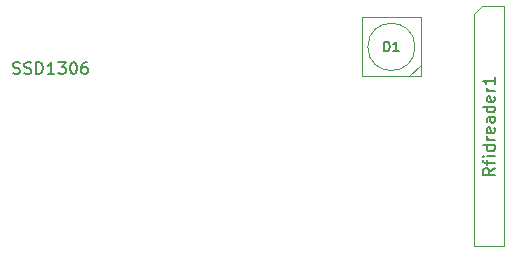
<source format=gbr>
%TF.GenerationSoftware,KiCad,Pcbnew,9.0.4*%
%TF.CreationDate,2025-09-04T11:13:05+02:00*%
%TF.ProjectId,esp32c6-charger,65737033-3263-4362-9d63-686172676572,rev?*%
%TF.SameCoordinates,Original*%
%TF.FileFunction,AssemblyDrawing,Top*%
%FSLAX45Y45*%
G04 Gerber Fmt 4.5, Leading zero omitted, Abs format (unit mm)*
G04 Created by KiCad (PCBNEW 9.0.4) date 2025-09-04 11:13:05*
%MOMM*%
%LPD*%
G01*
G04 APERTURE LIST*
%ADD10C,0.150000*%
%ADD11C,0.100000*%
G04 APERTURE END LIST*
D10*
X11818233Y-9495420D02*
X11832519Y-9500182D01*
X11832519Y-9500182D02*
X11856328Y-9500182D01*
X11856328Y-9500182D02*
X11865852Y-9495420D01*
X11865852Y-9495420D02*
X11870614Y-9490658D01*
X11870614Y-9490658D02*
X11875376Y-9481134D01*
X11875376Y-9481134D02*
X11875376Y-9471610D01*
X11875376Y-9471610D02*
X11870614Y-9462087D01*
X11870614Y-9462087D02*
X11865852Y-9457325D01*
X11865852Y-9457325D02*
X11856328Y-9452563D01*
X11856328Y-9452563D02*
X11837281Y-9447801D01*
X11837281Y-9447801D02*
X11827757Y-9443039D01*
X11827757Y-9443039D02*
X11822995Y-9438277D01*
X11822995Y-9438277D02*
X11818233Y-9428753D01*
X11818233Y-9428753D02*
X11818233Y-9419230D01*
X11818233Y-9419230D02*
X11822995Y-9409706D01*
X11822995Y-9409706D02*
X11827757Y-9404944D01*
X11827757Y-9404944D02*
X11837281Y-9400182D01*
X11837281Y-9400182D02*
X11861090Y-9400182D01*
X11861090Y-9400182D02*
X11875376Y-9404944D01*
X11913471Y-9495420D02*
X11927757Y-9500182D01*
X11927757Y-9500182D02*
X11951567Y-9500182D01*
X11951567Y-9500182D02*
X11961090Y-9495420D01*
X11961090Y-9495420D02*
X11965852Y-9490658D01*
X11965852Y-9490658D02*
X11970614Y-9481134D01*
X11970614Y-9481134D02*
X11970614Y-9471610D01*
X11970614Y-9471610D02*
X11965852Y-9462087D01*
X11965852Y-9462087D02*
X11961090Y-9457325D01*
X11961090Y-9457325D02*
X11951567Y-9452563D01*
X11951567Y-9452563D02*
X11932519Y-9447801D01*
X11932519Y-9447801D02*
X11922995Y-9443039D01*
X11922995Y-9443039D02*
X11918233Y-9438277D01*
X11918233Y-9438277D02*
X11913471Y-9428753D01*
X11913471Y-9428753D02*
X11913471Y-9419230D01*
X11913471Y-9419230D02*
X11918233Y-9409706D01*
X11918233Y-9409706D02*
X11922995Y-9404944D01*
X11922995Y-9404944D02*
X11932519Y-9400182D01*
X11932519Y-9400182D02*
X11956328Y-9400182D01*
X11956328Y-9400182D02*
X11970614Y-9404944D01*
X12013471Y-9500182D02*
X12013471Y-9400182D01*
X12013471Y-9400182D02*
X12037281Y-9400182D01*
X12037281Y-9400182D02*
X12051567Y-9404944D01*
X12051567Y-9404944D02*
X12061090Y-9414468D01*
X12061090Y-9414468D02*
X12065852Y-9423991D01*
X12065852Y-9423991D02*
X12070614Y-9443039D01*
X12070614Y-9443039D02*
X12070614Y-9457325D01*
X12070614Y-9457325D02*
X12065852Y-9476372D01*
X12065852Y-9476372D02*
X12061090Y-9485896D01*
X12061090Y-9485896D02*
X12051567Y-9495420D01*
X12051567Y-9495420D02*
X12037281Y-9500182D01*
X12037281Y-9500182D02*
X12013471Y-9500182D01*
X12165852Y-9500182D02*
X12108709Y-9500182D01*
X12137281Y-9500182D02*
X12137281Y-9400182D01*
X12137281Y-9400182D02*
X12127757Y-9414468D01*
X12127757Y-9414468D02*
X12118233Y-9423991D01*
X12118233Y-9423991D02*
X12108709Y-9428753D01*
X12199186Y-9400182D02*
X12261090Y-9400182D01*
X12261090Y-9400182D02*
X12227757Y-9438277D01*
X12227757Y-9438277D02*
X12242043Y-9438277D01*
X12242043Y-9438277D02*
X12251567Y-9443039D01*
X12251567Y-9443039D02*
X12256328Y-9447801D01*
X12256328Y-9447801D02*
X12261090Y-9457325D01*
X12261090Y-9457325D02*
X12261090Y-9481134D01*
X12261090Y-9481134D02*
X12256328Y-9490658D01*
X12256328Y-9490658D02*
X12251567Y-9495420D01*
X12251567Y-9495420D02*
X12242043Y-9500182D01*
X12242043Y-9500182D02*
X12213471Y-9500182D01*
X12213471Y-9500182D02*
X12203948Y-9495420D01*
X12203948Y-9495420D02*
X12199186Y-9490658D01*
X12322995Y-9400182D02*
X12332519Y-9400182D01*
X12332519Y-9400182D02*
X12342043Y-9404944D01*
X12342043Y-9404944D02*
X12346805Y-9409706D01*
X12346805Y-9409706D02*
X12351567Y-9419230D01*
X12351567Y-9419230D02*
X12356328Y-9438277D01*
X12356328Y-9438277D02*
X12356328Y-9462087D01*
X12356328Y-9462087D02*
X12351567Y-9481134D01*
X12351567Y-9481134D02*
X12346805Y-9490658D01*
X12346805Y-9490658D02*
X12342043Y-9495420D01*
X12342043Y-9495420D02*
X12332519Y-9500182D01*
X12332519Y-9500182D02*
X12322995Y-9500182D01*
X12322995Y-9500182D02*
X12313471Y-9495420D01*
X12313471Y-9495420D02*
X12308709Y-9490658D01*
X12308709Y-9490658D02*
X12303948Y-9481134D01*
X12303948Y-9481134D02*
X12299186Y-9462087D01*
X12299186Y-9462087D02*
X12299186Y-9438277D01*
X12299186Y-9438277D02*
X12303948Y-9419230D01*
X12303948Y-9419230D02*
X12308709Y-9409706D01*
X12308709Y-9409706D02*
X12313471Y-9404944D01*
X12313471Y-9404944D02*
X12322995Y-9400182D01*
X12442043Y-9400182D02*
X12422995Y-9400182D01*
X12422995Y-9400182D02*
X12413471Y-9404944D01*
X12413471Y-9404944D02*
X12408709Y-9409706D01*
X12408709Y-9409706D02*
X12399186Y-9423991D01*
X12399186Y-9423991D02*
X12394424Y-9443039D01*
X12394424Y-9443039D02*
X12394424Y-9481134D01*
X12394424Y-9481134D02*
X12399186Y-9490658D01*
X12399186Y-9490658D02*
X12403948Y-9495420D01*
X12403948Y-9495420D02*
X12413471Y-9500182D01*
X12413471Y-9500182D02*
X12432519Y-9500182D01*
X12432519Y-9500182D02*
X12442043Y-9495420D01*
X12442043Y-9495420D02*
X12446805Y-9490658D01*
X12446805Y-9490658D02*
X12451567Y-9481134D01*
X12451567Y-9481134D02*
X12451567Y-9457325D01*
X12451567Y-9457325D02*
X12446805Y-9447801D01*
X12446805Y-9447801D02*
X12442043Y-9443039D01*
X12442043Y-9443039D02*
X12432519Y-9438277D01*
X12432519Y-9438277D02*
X12413471Y-9438277D01*
X12413471Y-9438277D02*
X12403948Y-9443039D01*
X12403948Y-9443039D02*
X12399186Y-9447801D01*
X12399186Y-9447801D02*
X12394424Y-9457325D01*
X15895082Y-10296481D02*
X15847463Y-10329814D01*
X15895082Y-10353624D02*
X15795082Y-10353624D01*
X15795082Y-10353624D02*
X15795082Y-10315529D01*
X15795082Y-10315529D02*
X15799844Y-10306005D01*
X15799844Y-10306005D02*
X15804606Y-10301243D01*
X15804606Y-10301243D02*
X15814129Y-10296481D01*
X15814129Y-10296481D02*
X15828415Y-10296481D01*
X15828415Y-10296481D02*
X15837939Y-10301243D01*
X15837939Y-10301243D02*
X15842701Y-10306005D01*
X15842701Y-10306005D02*
X15847463Y-10315529D01*
X15847463Y-10315529D02*
X15847463Y-10353624D01*
X15828415Y-10267910D02*
X15828415Y-10229814D01*
X15895082Y-10253624D02*
X15809368Y-10253624D01*
X15809368Y-10253624D02*
X15799844Y-10248862D01*
X15799844Y-10248862D02*
X15795082Y-10239338D01*
X15795082Y-10239338D02*
X15795082Y-10229814D01*
X15895082Y-10196481D02*
X15828415Y-10196481D01*
X15795082Y-10196481D02*
X15799844Y-10201243D01*
X15799844Y-10201243D02*
X15804606Y-10196481D01*
X15804606Y-10196481D02*
X15799844Y-10191719D01*
X15799844Y-10191719D02*
X15795082Y-10196481D01*
X15795082Y-10196481D02*
X15804606Y-10196481D01*
X15895082Y-10106005D02*
X15795082Y-10106005D01*
X15890320Y-10106005D02*
X15895082Y-10115529D01*
X15895082Y-10115529D02*
X15895082Y-10134576D01*
X15895082Y-10134576D02*
X15890320Y-10144100D01*
X15890320Y-10144100D02*
X15885558Y-10148862D01*
X15885558Y-10148862D02*
X15876034Y-10153624D01*
X15876034Y-10153624D02*
X15847463Y-10153624D01*
X15847463Y-10153624D02*
X15837939Y-10148862D01*
X15837939Y-10148862D02*
X15833177Y-10144100D01*
X15833177Y-10144100D02*
X15828415Y-10134576D01*
X15828415Y-10134576D02*
X15828415Y-10115529D01*
X15828415Y-10115529D02*
X15833177Y-10106005D01*
X15895082Y-10058386D02*
X15828415Y-10058386D01*
X15847463Y-10058386D02*
X15837939Y-10053624D01*
X15837939Y-10053624D02*
X15833177Y-10048862D01*
X15833177Y-10048862D02*
X15828415Y-10039338D01*
X15828415Y-10039338D02*
X15828415Y-10029814D01*
X15890320Y-9958386D02*
X15895082Y-9967910D01*
X15895082Y-9967910D02*
X15895082Y-9986957D01*
X15895082Y-9986957D02*
X15890320Y-9996481D01*
X15890320Y-9996481D02*
X15880796Y-10001243D01*
X15880796Y-10001243D02*
X15842701Y-10001243D01*
X15842701Y-10001243D02*
X15833177Y-9996481D01*
X15833177Y-9996481D02*
X15828415Y-9986957D01*
X15828415Y-9986957D02*
X15828415Y-9967910D01*
X15828415Y-9967910D02*
X15833177Y-9958386D01*
X15833177Y-9958386D02*
X15842701Y-9953624D01*
X15842701Y-9953624D02*
X15852225Y-9953624D01*
X15852225Y-9953624D02*
X15861748Y-10001243D01*
X15895082Y-9867910D02*
X15842701Y-9867910D01*
X15842701Y-9867910D02*
X15833177Y-9872671D01*
X15833177Y-9872671D02*
X15828415Y-9882195D01*
X15828415Y-9882195D02*
X15828415Y-9901243D01*
X15828415Y-9901243D02*
X15833177Y-9910767D01*
X15890320Y-9867910D02*
X15895082Y-9877433D01*
X15895082Y-9877433D02*
X15895082Y-9901243D01*
X15895082Y-9901243D02*
X15890320Y-9910767D01*
X15890320Y-9910767D02*
X15880796Y-9915529D01*
X15880796Y-9915529D02*
X15871272Y-9915529D01*
X15871272Y-9915529D02*
X15861748Y-9910767D01*
X15861748Y-9910767D02*
X15856987Y-9901243D01*
X15856987Y-9901243D02*
X15856987Y-9877433D01*
X15856987Y-9877433D02*
X15852225Y-9867910D01*
X15895082Y-9777433D02*
X15795082Y-9777433D01*
X15890320Y-9777433D02*
X15895082Y-9786957D01*
X15895082Y-9786957D02*
X15895082Y-9806005D01*
X15895082Y-9806005D02*
X15890320Y-9815529D01*
X15890320Y-9815529D02*
X15885558Y-9820290D01*
X15885558Y-9820290D02*
X15876034Y-9825052D01*
X15876034Y-9825052D02*
X15847463Y-9825052D01*
X15847463Y-9825052D02*
X15837939Y-9820290D01*
X15837939Y-9820290D02*
X15833177Y-9815529D01*
X15833177Y-9815529D02*
X15828415Y-9806005D01*
X15828415Y-9806005D02*
X15828415Y-9786957D01*
X15828415Y-9786957D02*
X15833177Y-9777433D01*
X15890320Y-9691719D02*
X15895082Y-9701243D01*
X15895082Y-9701243D02*
X15895082Y-9720290D01*
X15895082Y-9720290D02*
X15890320Y-9729814D01*
X15890320Y-9729814D02*
X15880796Y-9734576D01*
X15880796Y-9734576D02*
X15842701Y-9734576D01*
X15842701Y-9734576D02*
X15833177Y-9729814D01*
X15833177Y-9729814D02*
X15828415Y-9720290D01*
X15828415Y-9720290D02*
X15828415Y-9701243D01*
X15828415Y-9701243D02*
X15833177Y-9691719D01*
X15833177Y-9691719D02*
X15842701Y-9686957D01*
X15842701Y-9686957D02*
X15852225Y-9686957D01*
X15852225Y-9686957D02*
X15861748Y-9734576D01*
X15895082Y-9644100D02*
X15828415Y-9644100D01*
X15847463Y-9644100D02*
X15837939Y-9639338D01*
X15837939Y-9639338D02*
X15833177Y-9634576D01*
X15833177Y-9634576D02*
X15828415Y-9625052D01*
X15828415Y-9625052D02*
X15828415Y-9615529D01*
X15895082Y-9529814D02*
X15895082Y-9586957D01*
X15895082Y-9558386D02*
X15795082Y-9558386D01*
X15795082Y-9558386D02*
X15809368Y-9567909D01*
X15809368Y-9567909D02*
X15818891Y-9577433D01*
X15818891Y-9577433D02*
X15823653Y-9586957D01*
X14961352Y-9307330D02*
X14961352Y-9227330D01*
X14961352Y-9227330D02*
X14980400Y-9227330D01*
X14980400Y-9227330D02*
X14991829Y-9231139D01*
X14991829Y-9231139D02*
X14999448Y-9238758D01*
X14999448Y-9238758D02*
X15003257Y-9246377D01*
X15003257Y-9246377D02*
X15007067Y-9261615D01*
X15007067Y-9261615D02*
X15007067Y-9273044D01*
X15007067Y-9273044D02*
X15003257Y-9288282D01*
X15003257Y-9288282D02*
X14999448Y-9295901D01*
X14999448Y-9295901D02*
X14991829Y-9303520D01*
X14991829Y-9303520D02*
X14980400Y-9307330D01*
X14980400Y-9307330D02*
X14961352Y-9307330D01*
X15083257Y-9307330D02*
X15037543Y-9307330D01*
X15060400Y-9307330D02*
X15060400Y-9227330D01*
X15060400Y-9227330D02*
X15052781Y-9238758D01*
X15052781Y-9238758D02*
X15045162Y-9246377D01*
X15045162Y-9246377D02*
X15037543Y-9250187D01*
D11*
%TO.C,Rfidreader1*%
X15722600Y-8991600D02*
X15786100Y-8928100D01*
X15722600Y-10960100D02*
X15722600Y-8991600D01*
X15786100Y-8928100D02*
X15976600Y-8928100D01*
X15976600Y-8928100D02*
X15976600Y-10960100D01*
X15976600Y-10960100D02*
X15722600Y-10960100D01*
%TO.C,D1*%
X14770400Y-9021100D02*
X14770400Y-9521100D01*
X14770400Y-9521100D02*
X15270400Y-9521100D01*
X15270400Y-9021100D02*
X14770400Y-9021100D01*
X15270400Y-9421100D02*
X15170400Y-9521100D01*
X15270400Y-9521100D02*
X15270400Y-9021100D01*
X15220400Y-9271100D02*
G75*
G02*
X14820400Y-9271100I-200000J0D01*
G01*
X14820400Y-9271100D02*
G75*
G02*
X15220400Y-9271100I200000J0D01*
G01*
%TD*%
M02*

</source>
